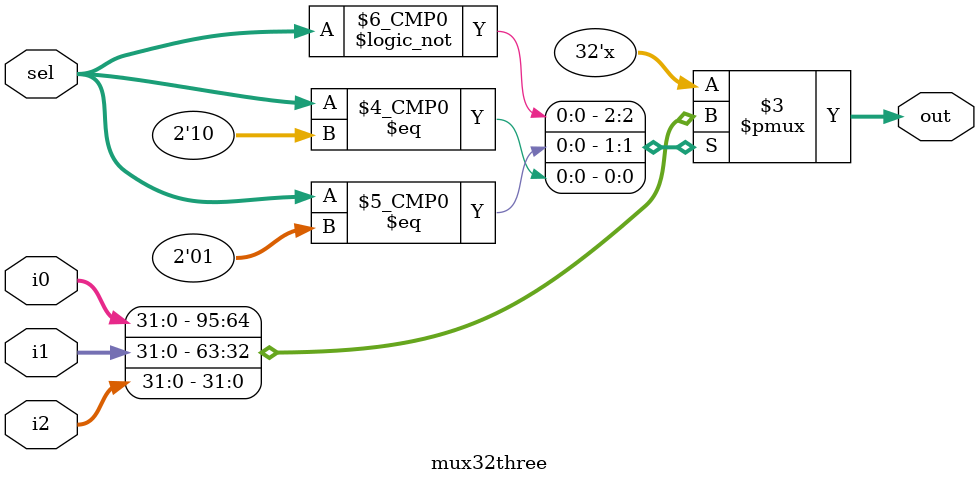
<source format=v>
module mux32three(/*AUTOARG*/
   // Outputs
   out,
   // Inputs
   i0, i1, i2, sel
   );
   input [31:0] i0, i1, i2;
   input [1:0]	sel;
   output reg [31:0]	 out;

   /*AUTOWIRE*/
   /*AUTOREG*/

   always @ (i0 or i1 or i2 or sel)
     begin
	case(sel)
	  0: out = i0;
	  1: out = i1;
	  2: out = i2;
	  default: out = 32'bx;
	endcase // case (sel)
     end
   
   
endmodule

</source>
